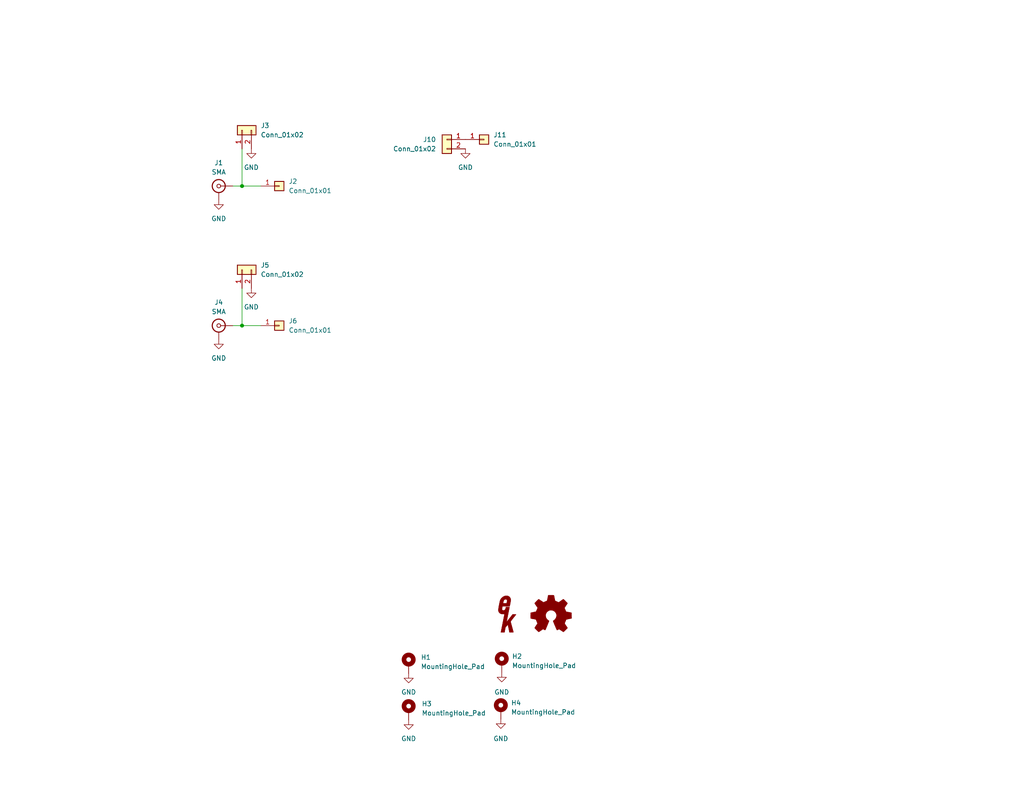
<source format=kicad_sch>
(kicad_sch (version 20230121) (generator eeschema)
  (paper "USLetter")
  (title_block (title "Project Yamhill 1x1 Proto Board") (date "2023-12-20") (rev "A") (company "Etherkit"))
  (lib_symbols
    (symbol "Connector_Generic:Conn_01x01" (pin_names (offset 1.016) hide)
      (property "Reference" "J" (at 0 2.54 0))
      (property "Value" "Conn_01x01" (at 0 -2.54 0))
      (symbol "Conn_01x01_1_1"
        (rectangle (start -1.27 0.127) (end 0 -0.127) (stroke (width 0.1524)))
        (rectangle (start -1.27 1.27) (end 1.27 -1.27) (stroke (width 0.254)) (fill (type background)))
        (pin passive line (at -5.08 0 0) (length 3.81) (name "Pin_1") (number "1"))
      )
    )
    (symbol "Connector_Generic:Conn_01x02" (pin_names (offset 1.016) hide)
      (property "Reference" "J" (at 0 2.54 0))
      (property "Value" "Conn_01x02" (at 0 -5.08 0))
      (symbol "Conn_01x02_1_1"
        (rectangle (start -1.27 -2.413) (end 0 -2.667) (stroke (width 0.1524)))
        (rectangle (start -1.27 0.127) (end 0 -0.127) (stroke (width 0.1524)))
        (rectangle (start -1.27 1.27) (end 1.27 -3.81) (stroke (width 0.254)) (fill (type background)))
        (pin passive line (at -5.08 0 0) (length 3.81) (name "Pin_1") (number "1"))
        (pin passive line (at -5.08 -2.54 0) (length 3.81) (name "Pin_2") (number "2"))
      )
    )
    (symbol "EtherkitKicadLibrary:BNC" (pin_numbers hide) (pin_names (offset 1.016) hide)
      (property "Reference" "J" (at 0 4.572 0))
      (property "Value" "BNC" (at 0 2.794 0))
      (symbol "BNC_0_1"
        (circle (center 0 0) (radius 0.508) (stroke (width 0.2032)))
        (circle (center 0 0) (radius 1.778) (stroke (width 0.3048)))
      )
      (symbol "BNC_1_1"
        (pin passive line (at -3.81 0 0) (length 3.302) (name "In") (number "1"))
        (pin passive line (at 0 -3.81 90) (length 1.905) (name "Ext") (number "2"))
      )
    )
    (symbol "EtherkitKicadLibrary:LOGO" (pin_names (offset 1.016))
      (symbol "LOGO_0_0"
        (polyline (pts (xy -0.7475 -4.875) (xy -0.7392 -4.83) (xy -0.7178 -4.7189) (xy -0.6879 -4.5659) (xy -0.6523 -4.3851) (xy -0.6135 -4.1903) (xy -0.5018 -3.6307) (xy -0.197 -3.2903) (xy -0.1646 -3.2542) (xy -0.0551 -3.1338) (xy 0.0366 -3.0352) (xy 0.1017 -2.9677) (xy 0.1315 -2.9408) (xy 0.1365 -2.9489) (xy 0.155 -3.0102) (xy 0.1838 -3.125) (xy 0.2211 -3.2856) (xy 0.2651 -3.4844) (xy 0.3142 -3.7137) (xy 0.3664 -3.9658) (xy 0.5778 -5) (xy 1.1222 -5) (xy 1.2378 -4.9996) (xy 1.4316 -4.9961) (xy 1.5649 -4.989) (xy 1.6419 -4.9777) (xy 1.6666 -4.9622) (xy 1.663 -4.9437) (xy 1.6438 -4.8666) (xy 1.6098 -4.7364) (xy 1.5628 -4.5598) (xy 1.5046 -4.3435) (xy 1.437 -4.0944) (xy 1.3618 -3.8192) (xy 1.2809 -3.5246) (xy 1.2287 -3.3348) (xy 1.1509 -3.0506) (xy 1.0799 -2.7894) (xy 1.0175 -2.5581) (xy 0.9656 -2.3637) (xy 0.926 -2.2129) (xy 0.9005 -2.1127) (xy 0.891 -2.0698) (xy 0.9054 -2.0396) (xy 0.9573 -1.9618) (xy 1.0423 -1.844) (xy 1.1559 -1.6925) (xy 1.2932 -1.5137) (xy 1.4495 -1.3137) (xy 1.6201 -1.099) (xy 1.7685 -0.9135) (xy 1.9293 -0.7119) (xy 2.0731 -0.5312) (xy 2.1948 -0.3776) (xy 2.2896 -0.2573) (xy 2.3525 -0.1766) (xy 2.3786 -0.1416) (xy 2.3787 -0.1415) (xy 2.3748 -0.1247) (xy 2.3346 -0.1129) (xy 2.2506 -0.1052) (xy 2.1151 -0.1012) (xy 1.9205 -0.1) (xy 1.4372 -0.1) (xy 0.6284 -1.132) (xy 0.5759 -1.1989) (xy 0.4011 -1.4209) (xy 0.2406 -1.6235) (xy 0.0987 -1.8012) (xy -0.02 -1.9484) (xy -0.1111 -2.0596) (xy -0.1701 -2.1292) (xy -0.1926 -2.1518) (xy -0.1923 -2.147) (xy -0.1832 -2.0918) (xy -0.1629 -1.9807) (xy -0.1327 -1.8203) (xy -0.0939 -1.6176) (xy -0.048 -1.3794) (xy 0.0038 -1.1127) (xy 0.0601 -0.8241) (xy 0.1194 -0.5207) (xy 0.1806 -0.2092) (xy 0.2422 0.1034) (xy 0.303 0.4104) (xy 0.3614 0.7049) (xy 0.4163 0.98) (xy 0.4662 1.2289) (xy 0.5098 1.4447) (xy 0.5457 1.6206) (xy 0.5727 1.7496) (xy 0.5893 1.825) (xy 0.6072 1.9) (xy 0.1073 1.9) (xy -0.3925 1.9) (xy -0.4342 1.675) (xy -0.499 1.4316) (xy -0.6002 1.2291) (xy -0.7342 1.0838) (xy -0.9006 0.9961) (xy -1.0987 0.9667) (xy -1.1609 0.974) (xy -1.2874 1.0299) (xy -1.3917 1.1269) (xy -1.4526 1.2482) (xy -1.4564 1.2857) (xy -1.4504 1.3934) (xy -1.4298 1.5453) (xy -1.3961 1.7283) (xy -1.3167 2.1167) (xy -0.3327 2.1255) (xy 0.6514 2.1344) (xy 0.7958 2.8849) (xy 0.8025 2.9198) (xy 0.8589 3.2262) (xy 0.8991 3.4782) (xy 0.9233 3.6852) (xy 0.9317 3.8567) (xy 0.9241 4.0019) (xy 0.9007 4.1304) (xy 0.8616 4.2514) (xy 0.8069 4.3744) (xy 0.7638 4.4545) (xy 0.6047 4.6644) (xy 0.4032 4.823) (xy 0.1589 4.9308) (xy -0.1287 4.9878) (xy -0.1579 4.9905) (xy -0.4377 4.9806) (xy -0.7232 4.9128) (xy -1.0046 4.7932) (xy -1.272 4.6277) (xy -1.5155 4.4223) (xy -1.7252 4.183) (xy -1.8913 3.9159) (xy -1.9165 3.8634) (xy -1.9482 3.787) (xy -1.9792 3.6966) (xy -2.0114 3.5851) (xy -2.0466 3.4449) (xy -2.0866 3.2687) (xy -2.1333 3.049) (xy -2.1498 2.968) (xy -1.1571 2.968) (xy -1.1549 2.9908) (xy -1.1525 2.9998) (xy -1.1352 3.0719) (xy -1.1099 3.1842) (xy -1.0812 3.3167) (xy -1.0754 3.3437) (xy -1.0195 3.5554) (xy -0.9547 3.7135) (xy -0.875 3.8295) (xy -0.7744 3.9152) (xy -0.6845 3.9662) (xy -0.5192 4.019) (xy -0.3652 4.0182) (xy -0.2331 3.9646) (xy -0.1335 3.8592) (xy -0.1289 3.8513) (xy -0.0862 3.7421) (xy -0.0719 3.6042) (xy -0.086 3.427) (xy -0.1282 3.2) (xy -0.1834 2.95) (xy -0.6776 2.9408) (xy -0.721 2.94) (xy -0.8996 2.9375) (xy -1.023 2.938) (xy -1.1007 2.9426) (xy -1.1422 2.9523) (xy -1.1571 2.968) (xy -2.1498 2.968) (xy -2.1885 2.7786) (xy -2.254 2.45) (xy -2.2784 2.3256) (xy -2.3436 1.9784) (xy -2.393 1.6859) (xy -2.4271 1.4409) (xy -2.4464 1.2359) (xy -2.4514 1.0636) (xy -2.4429 0.9165) (xy -2.4212 0.7874) (xy -2.3869 0.6687) (xy -2.3194 0.5275) (xy -2.1842 0.3503) (xy -2.0088 0.1938) (xy -1.8079 0.073) (xy -1.7593 0.0508) (xy -1.6803 0.0201) (xy -1.6007 0.0004) (xy -1.504 -0.0106) (xy -1.3737 -0.0155) (xy -1.1932 -0.0166) (xy -1.0296 -0.017) (xy -0.908 -0.0195) (xy -0.8331 -0.0256) (xy -0.7946 -0.0372) (xy -0.7822 -0.0558) (xy -0.7855 -0.0833) (xy -0.7943 -0.1252) (xy -0.8147 -0.2255) (xy -0.8455 -0.3779) (xy -0.8854 -0.5764) (xy -0.9333 -0.8146) (xy -0.9878 -1.0864) (xy -1.0478 -1.3857) (xy -1.112 -1.7062) (xy -1.1792 -2.0418) (xy -1.2481 -2.3862) (xy -1.3175 -2.7333) (xy -1.3861 -3.0769) (xy -1.4528 -3.4108) (xy -1.5163 -3.7289) (xy -1.5753 -4.0248) (xy -1.6286 -4.2926) (xy -1.675 -4.5259) (xy -1.7133 -4.7185) (xy -1.7422 -4.8644) (xy -1.7604 -4.9573) (xy -1.7667 -4.991) (xy -1.7588 -4.9926) (xy -1.6988 -4.9955) (xy -1.5893 -4.9978) (xy -1.442 -4.9994) (xy -1.2682 -5) (xy -0.7697 -5) (xy -0.7475 -4.875)) (stroke (width 0.01)) (fill (type outline)))
      )
    )
    (symbol "Graphic:Logo_Open_Hardware_Small" (in_bom no) (on_board no)
      (symbol "Logo_Open_Hardware_Small_0_1"
        (polyline (pts (xy 3.3528 -4.3434) (xy 3.302 -4.318) (xy 3.175 -4.2418) (xy 2.9972 -4.1148) (xy 2.7686 -3.9624) (xy 2.54 -3.81) (xy 2.3622 -3.7084) (xy 2.2352 -3.6068) (xy 2.1844 -3.5814) (xy 2.159 -3.6068) (xy 2.0574 -3.6576) (xy 1.905 -3.7338) (xy 1.8034 -3.7846) (xy 1.6764 -3.8354) (xy 1.6002 -3.8354) (xy 1.6002 -3.8354) (xy 1.5494 -3.7338) (xy 1.4732 -3.5306) (xy 1.3462 -3.302) (xy 1.2446 -3.0226) (xy 1.1176 -2.7178) (xy 0.9652 -2.413) (xy 0.8636 -2.1082) (xy 0.7366 -1.8288) (xy 0.6604 -1.6256) (xy 0.6096 -1.4732) (xy 0.5842 -1.397) (xy 0.5842 -1.397) (xy 0.6604 -1.3208) (xy 0.7874 -1.2446) (xy 1.0414 -1.016) (xy 1.2954 -0.6858) (xy 1.4478 -0.3302) (xy 1.524 0.0762) (xy 1.4732 0.4572) (xy 1.3208 0.8128) (xy 1.0668 1.143) (xy 0.762 1.3716) (xy 0.4064 1.524) (xy 0 1.5748) (xy -0.381 1.5494) (xy -0.7366 1.397) (xy -1.0668 1.143) (xy -1.2192 0.9906) (xy -1.397 0.6604) (xy -1.524 0.3048) (xy -1.524 0.2286) (xy -1.4986 -0.1778) (xy -1.397 -0.5334) (xy -1.1938 -0.8636) (xy -0.9144 -1.143) (xy -0.8636 -1.1684) (xy -0.7366 -1.27) (xy -0.635 -1.3462) (xy -0.5842 -1.397) (xy -1.0668 -2.5908) (xy -1.143 -2.794) (xy -1.2954 -3.1242) (xy -1.397 -3.4036) (xy -1.4986 -3.6322) (xy -1.5748 -3.7846) (xy -1.6002 -3.8354) (xy -1.6002 -3.8354) (xy -1.651 -3.8354) (xy -1.7272 -3.81) (xy -1.905 -3.7338) (xy -2.0066 -3.683) (xy -2.1336 -3.6068) (xy -2.2098 -3.5814) (xy -2.2606 -3.6068) (xy -2.3622 -3.683) (xy -2.54 -3.81) (xy -2.7686 -3.9624) (xy -2.9718 -4.0894) (xy -3.1496 -4.2164) (xy -3.302 -4.318) (xy -3.3528 -4.3434) (xy -3.3782 -4.3434) (xy -3.429 -4.318) (xy -3.5306 -4.2164) (xy -3.7084 -4.064) (xy -3.937 -3.8354) (xy -3.9624 -3.81) (xy -4.1656 -3.6068) (xy -4.318 -3.4544) (xy -4.4196 -3.3274) (xy -4.445 -3.2766) (xy -4.445 -3.2766) (xy -4.4196 -3.2258) (xy -4.318 -3.0734) (xy -4.2164 -2.8956) (xy -4.064 -2.667) (xy -3.6576 -2.0828) (xy -3.8862 -1.5494) (xy -3.937 -1.3716) (xy -4.0386 -1.1684) (xy -4.0894 -1.0414) (xy -4.1148 -0.9652) (xy -4.191 -0.9398) (xy -4.318 -0.9144) (xy -4.5466 -0.8636) (xy -4.8006 -0.8128) (xy -5.0546 -0.7874) (xy -5.2578 -0.7366) (xy -5.4356 -0.7112) (xy -5.5118 -0.6858) (xy -5.5118 -0.6858) (xy -5.5372 -0.635) (xy -5.5372 -0.5588) (xy -5.5372 -0.4318) (xy -5.5626 -0.2286) (xy -5.5626 0.0762) (xy -5.5626 0.127) (xy -5.5372 0.4064) (xy -5.5372 0.635) (xy -5.5372 0.762) (xy -5.5372 0.8382) (xy -5.5372 0.8382) (xy -5.461 0.8382) (xy -5.3086 0.889) (xy -5.08 0.9144) (xy -4.826 0.9652) (xy -4.8006 0.9906) (xy -4.5466 1.0414) (xy -4.318 1.0668) (xy -4.1656 1.1176) (xy -4.0894 1.143) (xy -4.0894 1.143) (xy -4.0386 1.2446) (xy -3.9624 1.4224) (xy -3.8608 1.6256) (xy -3.7846 1.8288) (xy -3.7084 2.0066) (xy -3.6576 2.159) (xy -3.6322 2.2098) (xy -3.6322 2.2098) (xy -3.683 2.286) (xy -3.7592 2.413) (xy -3.8862 2.5908) (xy -4.064 2.8194) (xy -4.064 2.8448) (xy -4.2164 3.0734) (xy -4.3434 3.2512) (xy -4.4196 3.3782) (xy -4.445 3.4544) (xy -4.445 3.4544) (xy -4.3942 3.5052) (xy -4.2926 3.6322) (xy -4.1148 3.81) (xy -3.937 4.0132) (xy -3.8608 4.064) (xy -3.6576 4.2926) (xy -3.5052 4.4196) (xy -3.4036 4.4958) (xy -3.3528 4.5212) (xy -3.3528 4.5212) (xy -3.302 4.4704) (xy -3.1496 4.3688) (xy -2.9718 4.2418) (xy -2.7432 4.0894) (xy -2.7178 4.0894) (xy -2.4892 3.937) (xy -2.3114 3.81) (xy -2.1844 3.7084) (xy -2.1336 3.683) (xy -2.1082 3.683) (xy -2.032 3.7084) (xy -1.8542 3.7592) (xy -1.6764 3.8354) (xy -1.4732 3.937) (xy -1.27 4.0132) (xy -1.143 4.064) (xy -1.0668 4.1148) (xy -1.0668 4.1148) (xy -1.0414 4.191) (xy -1.016 4.3434) (xy -0.9652 4.572) (xy -0.9144 4.8514) (xy -0.889 4.9022) (xy -0.8382 5.1562) (xy -0.8128 5.3848) (xy -0.7874 5.5372) (xy -0.762 5.588) (xy -0.7112 5.6134) (xy -0.5842 5.6134) (xy -0.4064 5.6134) (xy -0.1524 5.6134) (xy 0.0762 5.6134) (xy 0.3302 5.6134) (xy 0.5334 5.6134) (xy 0.6858 5.588) (xy 0.7366 5.588) (xy 0.7366 5.588) (xy 0.762 5.5118) (xy 0.8128 5.334) (xy 0.8382 5.1054) (xy 0.9144 4.826) (xy 0.9144 4.7752) (xy 0.9652 4.5212) (xy 1.016 4.2926) (xy 1.0414 4.1402) (xy 1.0668 4.0894) (xy 1.0668 4.0894) (xy 1.1938 4.0386) (xy 1.3716 3.9624) (xy 1.5748 3.8608) (xy 2.0828 3.6576) (xy 2.7178 4.0894) (xy 2.7686 4.1402) (xy 2.9972 4.2926) (xy 3.175 4.4196) (xy 3.302 4.4958) (xy 3.3782 4.5212) (xy 3.3782 4.5212) (xy 3.429 4.4704) (xy 3.556 4.3434) (xy 3.7338 4.191) (xy 3.9116 3.9878) (xy 4.064 3.8354) (xy 4.2418 3.6576) (xy 4.3434 3.556) (xy 4.4196 3.4798) (xy 4.4196 3.429) (xy 4.4196 3.4036) (xy 4.3942 3.3274) (xy 4.2926 3.2004) (xy 4.1656 2.9972) (xy 4.0132 2.794) (xy 3.8862 2.5908) (xy 3.7592 2.3876) (xy 3.6576 2.2352) (xy 3.6322 2.159) (xy 3.6322 2.1336) (xy 3.683 2.0066) (xy 3.7592 1.8288) (xy 3.8608 1.6002) (xy 4.064 1.1176) (xy 4.3942 1.0414) (xy 4.5974 1.016) (xy 4.8768 0.9652) (xy 5.1308 0.9144) (xy 5.5372 0.8382) (xy 5.5626 -0.6604) (xy 5.4864 -0.6858) (xy 5.4356 -0.6858) (xy 5.2832 -0.7366) (xy 5.0546 -0.762) (xy 4.8006 -0.8128) (xy 4.5974 -0.8636) (xy 4.3688 -0.9144) (xy 4.2164 -0.9398) (xy 4.1402 -0.9398) (xy 4.1148 -0.9652) (xy 4.064 -1.0668) (xy 3.9878 -1.2446) (xy 3.9116 -1.4478) (xy 3.81 -1.651) (xy 3.7338 -1.8542) (xy 3.683 -2.0066) (xy 3.6576 -2.0828) (xy 3.683 -2.1336) (xy 3.7846 -2.2606) (xy 3.8862 -2.4638) (xy 4.0386 -2.667) (xy 4.191 -2.8956) (xy 4.318 -3.0734) (xy 4.3942 -3.2004) (xy 4.445 -3.2766) (xy 4.4196 -3.3274) (xy 4.3434 -3.429) (xy 4.1656 -3.5814) (xy 3.937 -3.8354) (xy 3.8862 -3.8608) (xy 3.683 -4.064) (xy 3.5306 -4.2164) (xy 3.4036 -4.318) (xy 3.3528 -4.3434)) (fill (type outline)))
      )
    )
    (symbol "Mechanical:MountingHole_Pad" (pin_numbers hide) (pin_names (offset 1.016) hide)
      (property "Reference" "H" (at 0 6.35 0))
      (property "Value" "MountingHole_Pad" (at 0 4.445 0))
      (symbol "MountingHole_Pad_0_1"
        (circle (center 0 1.27) (radius 1.27) (stroke (width 1.27)))
      )
      (symbol "MountingHole_Pad_1_1"
        (pin input line (at 0 -2.54 90) (length 2.54) (name "1") (number "1"))
      )
    )
    (symbol "power:GND" (power) (pin_names (offset 0))
      (property "Value" "GND" (at 0 -3.81 0))
      (symbol "GND_0_1"
        (polyline (pts (xy 0 0) (xy 0 -1.27) (xy 1.27 -1.27) (xy 0 -2.54) (xy -1.27 -1.27) (xy 0 -1.27)))
      )
      (symbol "GND_1_1"
        (pin power_in line (at 0 0 270) (length 0) hide (name "GND") (number "1"))
      )
    )
  )
  (junction (at 66.04 88.9))
  (junction (at 66.04 50.8))
  (wire (pts (xy 66.04 50.8) (xy 71.12 50.8)))
  (wire (pts (xy 66.04 40.64) (xy 66.04 50.8)))
  (wire (pts (xy 66.04 78.74) (xy 66.04 88.9)))
  (wire (pts (xy 63.5 50.8) (xy 66.04 50.8)))
  (wire (pts (xy 66.04 88.9) (xy 71.12 88.9)))
  (wire (pts (xy 63.5 88.9) (xy 66.04 88.9)))
  (symbol (lib_id "power:GND") (at 136.652 196.342 0) (unit 1)
    (property "Reference" "#PWR04" (effects hide))
    (property "Value" "GND" (at 136.652 201.676 0))
  )
  (symbol (lib_id "EtherkitKicadLibrary:BNC") (at 59.69 50.8 0) (mirror y) (unit 1)
    (property "Reference" "J1" (at 59.69 44.45 0))
    (property "Value" "SMA" (at 59.69 46.99 0))
    (property "Footprint" "EtherkitKicadLibrary:SMA_Jack_Vertical" (effects hide))
  )
  (symbol (lib_id "power:GND") (at 111.506 196.596 0) (unit 1)
    (property "Reference" "#PWR02" (effects hide))
    (property "Value" "GND" (at 111.506 201.676 0))
  )
  (symbol (lib_id "Connector_Generic:Conn_01x02") (at 121.92 38.1 0) (mirror y) (unit 1)
    (property "Reference" "J10" (at 118.999 38.1 0) (effects (justify left)))
    (property "Value" "Conn_01x02" (at 118.999 40.64 0) (effects (justify left)))
    (property "Footprint" "Connector_PinHeader_2.54mm:PinHeader_1x02_P2.54mm_Vertical" (effects hide))
  )
  (symbol (lib_id "Connector_Generic:Conn_01x01") (at 76.2 88.9 0) (unit 1)
    (property "Reference" "J6" (at 78.74 87.63 0) (effects (justify left)))
    (property "Value" "Conn_01x01" (at 78.74 90.17 0) (effects (justify left)))
    (property "Footprint" "EtherkitKicadLibrary:ManhattanPad_1x3" (effects hide))
  )
  (symbol (lib_id "Graphic:Logo_Open_Hardware_Small") (at 150.368 168.148 0) (unit 1) (in_bom no) (on_board no)
    (property "Reference" "#SYM1" (effects hide))
    (property "Value" "Logo_Open_Hardware_Small" (effects hide))
    (property "Footprint" "EtherkitKicadLibrary:OSHWLogo4mm" (effects hide))
    (property "Sim.Enable" "0" (effects hide))
  )
  (symbol (lib_id "power:GND") (at 68.58 40.64 0) (unit 1)
    (property "Reference" "#PWR06" (effects hide))
    (property "Value" "GND" (at 68.58 45.72 0))
  )
  (symbol (lib_id "power:GND") (at 111.506 183.896 0) (unit 1)
    (property "Reference" "#PWR01" (effects hide))
    (property "Value" "GND" (at 111.506 188.976 0))
  )
  (symbol (lib_id "Connector_Generic:Conn_01x01") (at 76.2 50.8 0) (unit 1)
    (property "Reference" "J2" (at 78.74 49.53 0) (effects (justify left)))
    (property "Value" "Conn_01x01" (at 78.74 52.07 0) (effects (justify left)))
    (property "Footprint" "EtherkitKicadLibrary:ManhattanPad_1x3" (effects hide))
  )
  (symbol (lib_id "Connector_Generic:Conn_01x01") (at 132.08 38.1 0) (unit 1)
    (property "Reference" "J11" (at 134.62 36.83 0) (effects (justify left)))
    (property "Value" "Conn_01x01" (at 134.62 39.37 0) (effects (justify left)))
    (property "Footprint" "EtherkitKicadLibrary:ManhattanPad_40mm_Strip" (effects hide))
  )
  (symbol (lib_id "Mechanical:MountingHole_Pad") (at 111.506 181.356 0) (unit 1)
    (property "Reference" "H1" (at 114.808 179.451 0) (effects (justify left)))
    (property "Value" "MountingHole_Pad" (at 114.808 181.991 0) (effects (justify left)))
    (property "Footprint" "MountingHole:MountingHole_3.2mm_M3_Pad_Via" (effects hide))
  )
  (symbol (lib_id "EtherkitKicadLibrary:LOGO") (at 138.43 167.64 0) (unit 1)
    (property "Reference" "#G1" (effects hide))
    (property "Value" "LOGO" (effects hide))
    (property "Footprint" "EtherkitKicadLibrary:EtherkitLogoSmall" (effects hide))
  )
  (symbol (lib_id "power:GND") (at 127 40.64 0) (unit 1)
    (property "Reference" "#PWR011" (effects hide))
    (property "Value" "GND" (at 127 45.72 0))
  )
  (symbol (lib_id "Mechanical:MountingHole_Pad") (at 111.506 194.056 0) (unit 1)
    (property "Reference" "H3" (at 115.062 192.151 0) (effects (justify left)))
    (property "Value" "MountingHole_Pad" (at 115.062 194.691 0) (effects (justify left)))
    (property "Footprint" "MountingHole:MountingHole_3.2mm_M3_Pad_Via" (effects hide))
  )
  (symbol (lib_id "power:GND") (at 136.906 183.642 0) (unit 1)
    (property "Reference" "#PWR03" (effects hide))
    (property "Value" "GND" (at 136.906 188.976 0))
  )
  (symbol (lib_id "power:GND") (at 59.69 92.71 0) (unit 1)
    (property "Reference" "#PWR07" (effects hide))
    (property "Value" "GND" (at 59.69 97.79 0))
  )
  (symbol (lib_id "power:GND") (at 59.69 54.61 0) (unit 1)
    (property "Reference" "#PWR05" (effects hide))
    (property "Value" "GND" (at 59.69 59.69 0))
  )
  (symbol (lib_id "Connector_Generic:Conn_01x02") (at 66.04 73.66 90) (unit 1)
    (property "Reference" "J5" (at 71.12 72.39 90) (effects (justify right)))
    (property "Value" "Conn_01x02" (at 71.12 74.93 90) (effects (justify right)))
    (property "Footprint" "Connector_PinHeader_2.54mm:PinHeader_1x02_P2.54mm_Vertical" (effects hide))
  )
  (symbol (lib_id "EtherkitKicadLibrary:BNC") (at 59.69 88.9 0) (mirror y) (unit 1)
    (property "Reference" "J4" (at 59.69 82.55 0))
    (property "Value" "SMA" (at 59.69 85.09 0))
    (property "Footprint" "EtherkitKicadLibrary:SMA_Jack_Vertical" (effects hide))
  )
  (symbol (lib_id "power:GND") (at 68.58 78.74 0) (unit 1)
    (property "Reference" "#PWR08" (effects hide))
    (property "Value" "GND" (at 68.58 83.82 0))
  )
  (symbol (lib_id "Mechanical:MountingHole_Pad") (at 136.652 193.802 0) (unit 1)
    (property "Reference" "H4" (at 139.446 191.897 0) (effects (justify left)))
    (property "Value" "MountingHole_Pad" (at 139.446 194.437 0) (effects (justify left)))
    (property "Footprint" "MountingHole:MountingHole_3.2mm_M3_Pad_Via" (effects hide))
  )
  (symbol (lib_id "Mechanical:MountingHole_Pad") (at 136.906 181.102 0) (unit 1)
    (property "Reference" "H2" (at 139.7 179.197 0) (effects (justify left)))
    (property "Value" "MountingHole_Pad" (at 139.7 181.737 0) (effects (justify left)))
    (property "Footprint" "MountingHole:MountingHole_3.2mm_M3_Pad_Via" (effects hide))
  )
  (symbol (lib_id "Connector_Generic:Conn_01x02") (at 66.04 35.56 90) (unit 1)
    (property "Reference" "J3" (at 71.12 34.29 90) (effects (justify right)))
    (property "Value" "Conn_01x02" (at 71.12 36.83 90) (effects (justify right)))
    (property "Footprint" "Connector_PinHeader_2.54mm:PinHeader_1x02_P2.54mm_Vertical" (effects hide))
  )
)
</source>
